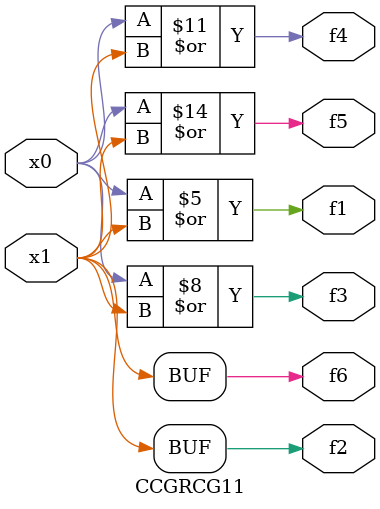
<source format=v>

module CCGRCG11 ( 
    x0, x1,
    f1, f2, f3, f4, f5, f6  );
  input  x0, x1;
  output f1, f2, f3, f4, f5, f6;
  wire new_n9_, new_n10_;
  assign new_n9_ = ~x0;
  assign new_n10_ = ~x1;
  assign f1 = ~new_n9_ | ~new_n10_;
  assign f2 = x1;
  assign f3 = ~new_n9_ | ~new_n10_;
  assign f4 = ~new_n9_ | ~new_n10_;
  assign f5 = ~new_n9_ | ~new_n10_;
  assign f6 = x1;
endmodule



</source>
